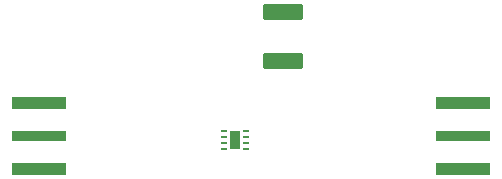
<source format=gbr>
%TF.GenerationSoftware,KiCad,Pcbnew,7.0.8*%
%TF.CreationDate,2024-03-07T13:19:55-05:00*%
%TF.ProjectId,Amplifier,416d706c-6966-4696-9572-2e6b69636164,rev?*%
%TF.SameCoordinates,Original*%
%TF.FileFunction,Paste,Top*%
%TF.FilePolarity,Positive*%
%FSLAX46Y46*%
G04 Gerber Fmt 4.6, Leading zero omitted, Abs format (unit mm)*
G04 Created by KiCad (PCBNEW 7.0.8) date 2024-03-07 13:19:55*
%MOMM*%
%LPD*%
G01*
G04 APERTURE LIST*
G04 Aperture macros list*
%AMRoundRect*
0 Rectangle with rounded corners*
0 $1 Rounding radius*
0 $2 $3 $4 $5 $6 $7 $8 $9 X,Y pos of 4 corners*
0 Add a 4 corners polygon primitive as box body*
4,1,4,$2,$3,$4,$5,$6,$7,$8,$9,$2,$3,0*
0 Add four circle primitives for the rounded corners*
1,1,$1+$1,$2,$3*
1,1,$1+$1,$4,$5*
1,1,$1+$1,$6,$7*
1,1,$1+$1,$8,$9*
0 Add four rect primitives between the rounded corners*
20,1,$1+$1,$2,$3,$4,$5,0*
20,1,$1+$1,$4,$5,$6,$7,0*
20,1,$1+$1,$6,$7,$8,$9,0*
20,1,$1+$1,$8,$9,$2,$3,0*%
G04 Aperture macros list end*
%ADD10R,4.560000X0.850000*%
%ADD11R,4.560000X1.000000*%
%ADD12RoundRect,0.249999X1.450001X-0.450001X1.450001X0.450001X-1.450001X0.450001X-1.450001X-0.450001X0*%
%ADD13R,0.499999X0.249999*%
%ADD14R,0.900001X1.599999*%
G04 APERTURE END LIST*
D10*
%TO.C,REF\u002A\u002A*%
X42845001Y-48538000D03*
D11*
X42845001Y-45768000D03*
X42845001Y-51308000D03*
%TD*%
D12*
%TO.C,REF\u002A\u002A*%
X63500000Y-42164000D03*
X63500000Y-38064000D03*
%TD*%
D10*
%TO.C,REF\u002A\u002A*%
X78740000Y-48511250D03*
D11*
X78740000Y-51281250D03*
X78740000Y-45741250D03*
%TD*%
D13*
%TO.C,REF\u002A\u002A*%
X58485999Y-48126000D03*
X58485999Y-48625999D03*
X58485999Y-49126001D03*
X58485999Y-49625999D03*
X60386001Y-49625999D03*
X60386001Y-49126001D03*
X60386001Y-48625999D03*
X60386001Y-48126000D03*
D14*
X59436000Y-48875998D03*
%TD*%
M02*

</source>
